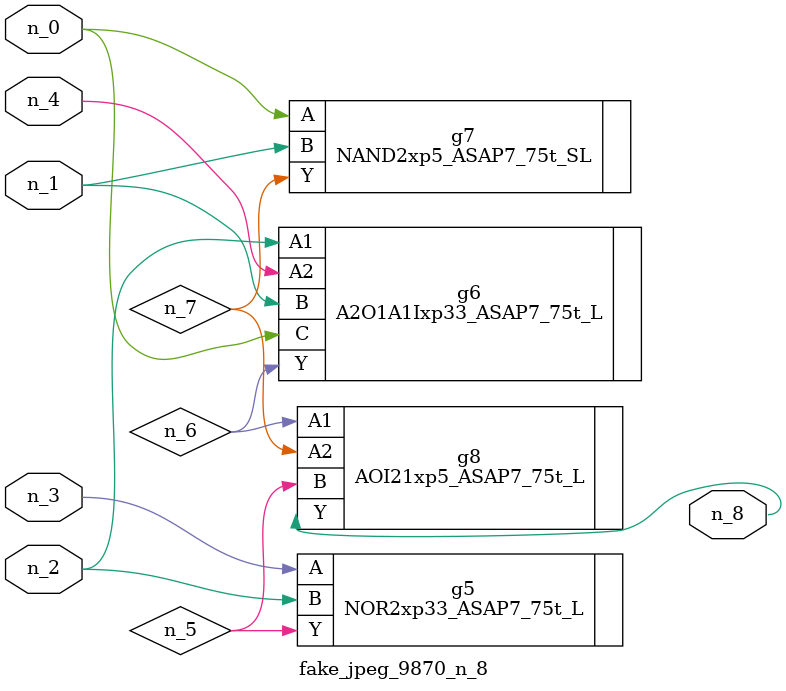
<source format=v>
module fake_jpeg_9870_n_8 (n_3, n_2, n_1, n_0, n_4, n_8);

input n_3;
input n_2;
input n_1;
input n_0;
input n_4;

output n_8;

wire n_6;
wire n_5;
wire n_7;

NOR2xp33_ASAP7_75t_L g5 ( 
.A(n_3),
.B(n_2),
.Y(n_5)
);

A2O1A1Ixp33_ASAP7_75t_L g6 ( 
.A1(n_2),
.A2(n_4),
.B(n_1),
.C(n_0),
.Y(n_6)
);

NAND2xp5_ASAP7_75t_SL g7 ( 
.A(n_0),
.B(n_1),
.Y(n_7)
);

AOI21xp5_ASAP7_75t_L g8 ( 
.A1(n_6),
.A2(n_7),
.B(n_5),
.Y(n_8)
);


endmodule
</source>
